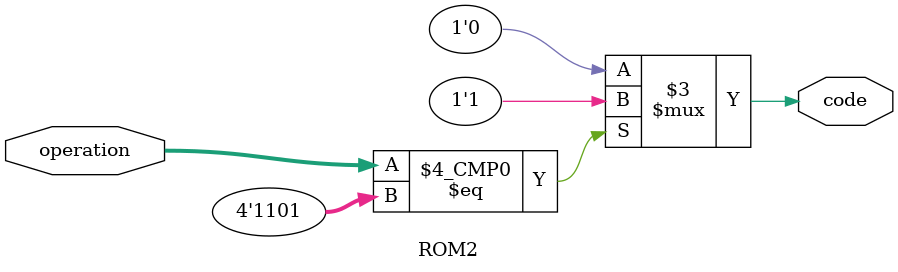
<source format=v>
module ROM2 (input [3:0]operation, output code);

	always @(*) begin
	case(operation)
	4'b1101 : code = 1;
	default: code = 0;
	endcase
	end
	endmodule
	
</source>
